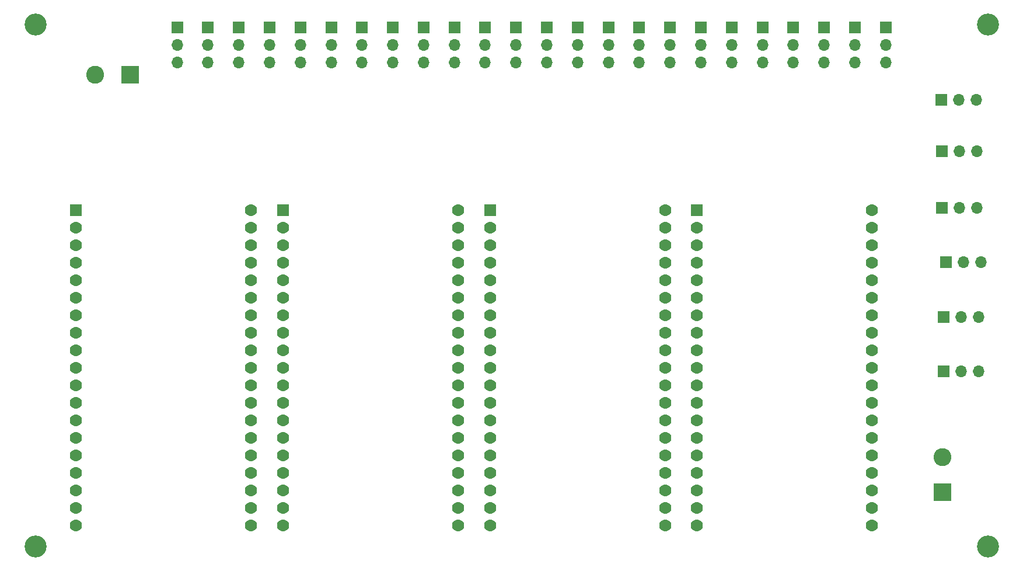
<source format=gbr>
%TF.GenerationSoftware,KiCad,Pcbnew,8.0.2-1*%
%TF.CreationDate,2025-01-01T20:34:54-05:00*%
%TF.ProjectId,C3P0_Controller,43335030-5f43-46f6-9e74-726f6c6c6572,rev?*%
%TF.SameCoordinates,Original*%
%TF.FileFunction,Soldermask,Top*%
%TF.FilePolarity,Negative*%
%FSLAX46Y46*%
G04 Gerber Fmt 4.6, Leading zero omitted, Abs format (unit mm)*
G04 Created by KiCad (PCBNEW 8.0.2-1) date 2025-01-01 20:34:54*
%MOMM*%
%LPD*%
G01*
G04 APERTURE LIST*
G04 Aperture macros list*
%AMRoundRect*
0 Rectangle with rounded corners*
0 $1 Rounding radius*
0 $2 $3 $4 $5 $6 $7 $8 $9 X,Y pos of 4 corners*
0 Add a 4 corners polygon primitive as box body*
4,1,4,$2,$3,$4,$5,$6,$7,$8,$9,$2,$3,0*
0 Add four circle primitives for the rounded corners*
1,1,$1+$1,$2,$3*
1,1,$1+$1,$4,$5*
1,1,$1+$1,$6,$7*
1,1,$1+$1,$8,$9*
0 Add four rect primitives between the rounded corners*
20,1,$1+$1,$2,$3,$4,$5,0*
20,1,$1+$1,$4,$5,$6,$7,0*
20,1,$1+$1,$6,$7,$8,$9,0*
20,1,$1+$1,$8,$9,$2,$3,0*%
G04 Aperture macros list end*
%ADD10C,3.200000*%
%ADD11O,1.700000X1.700000*%
%ADD12R,1.700000X1.700000*%
%ADD13C,2.600000*%
%ADD14R,2.600000X2.600000*%
%ADD15RoundRect,0.102000X-0.780000X-0.780000X0.780000X-0.780000X0.780000X0.780000X-0.780000X0.780000X0*%
%ADD16C,1.764000*%
G04 APERTURE END LIST*
D10*
%TO.C,REF\u002A\u002A*%
X77978000Y-132334000D03*
%TD*%
%TO.C,REF\u002A\u002A*%
X77978000Y-56642000D03*
%TD*%
%TO.C,REF\u002A\u002A*%
X216154000Y-132334000D03*
%TD*%
%TO.C,REF\u002A\u002A*%
X216154000Y-56642000D03*
%TD*%
D11*
%TO.C,J26*%
X214826000Y-106944000D03*
X212286000Y-106944000D03*
D12*
X209746000Y-106944000D03*
%TD*%
%TO.C,J25*%
X209736000Y-99118000D03*
D11*
X212276000Y-99118000D03*
X214816000Y-99118000D03*
%TD*%
D12*
%TO.C,J24*%
X147708396Y-57099000D03*
D11*
X147708396Y-59639000D03*
X147708396Y-62179000D03*
%TD*%
%TO.C,J23*%
X143239215Y-62179000D03*
X143239215Y-59639000D03*
D12*
X143239215Y-57099000D03*
%TD*%
D13*
%TO.C,J51*%
X209591000Y-119425000D03*
D14*
X209591000Y-124505000D03*
%TD*%
%TO.C,J50*%
X91711000Y-63901000D03*
D13*
X86631000Y-63901000D03*
%TD*%
D12*
%TO.C,J33*%
X209486000Y-83210000D03*
D11*
X212026000Y-83210000D03*
X214566000Y-83210000D03*
%TD*%
D12*
%TO.C,J32*%
X209425834Y-67563500D03*
D11*
X211965834Y-67563500D03*
X214505834Y-67563500D03*
%TD*%
D12*
%TO.C,J31*%
X210088668Y-91122000D03*
D11*
X212628668Y-91122000D03*
X215168668Y-91122000D03*
%TD*%
D12*
%TO.C,J30*%
X209486000Y-75062000D03*
D11*
X212026000Y-75062000D03*
X214566000Y-75062000D03*
%TD*%
%TO.C,J2*%
X129831672Y-62179000D03*
X129831672Y-59639000D03*
D12*
X129831672Y-57099000D03*
%TD*%
D11*
%TO.C,J1*%
X125362491Y-62179000D03*
X125362491Y-59639000D03*
D12*
X125362491Y-57099000D03*
%TD*%
D11*
%TO.C,J22*%
X174523482Y-62179000D03*
X174523482Y-59639000D03*
D12*
X174523482Y-57099000D03*
%TD*%
D11*
%TO.C,J21*%
X170054301Y-62179000D03*
X170054301Y-59639000D03*
D12*
X170054301Y-57099000D03*
%TD*%
D11*
%TO.C,J20*%
X165585120Y-62179000D03*
X165585120Y-59639000D03*
D12*
X165585120Y-57099000D03*
%TD*%
D11*
%TO.C,J19*%
X161115939Y-62179000D03*
X161115939Y-59639000D03*
D12*
X161115939Y-57099000D03*
%TD*%
D11*
%TO.C,J18*%
X156646758Y-62179000D03*
X156646758Y-59639000D03*
D12*
X156646758Y-57099000D03*
%TD*%
D11*
%TO.C,J17*%
X152177577Y-62179000D03*
X152177577Y-59639000D03*
D12*
X152177577Y-57099000D03*
%TD*%
D11*
%TO.C,J16*%
X120893310Y-62179000D03*
X120893310Y-59639000D03*
D12*
X120893310Y-57099000D03*
%TD*%
D11*
%TO.C,J15*%
X116424129Y-62179000D03*
X116424129Y-59639000D03*
D12*
X116424129Y-57099000D03*
%TD*%
D11*
%TO.C,J14*%
X111954948Y-62179000D03*
X111954948Y-59639000D03*
D12*
X111954948Y-57099000D03*
%TD*%
D11*
%TO.C,J13*%
X107485767Y-62179000D03*
X107485767Y-59639000D03*
D12*
X107485767Y-57099000D03*
%TD*%
D11*
%TO.C,J12*%
X103016586Y-62179000D03*
X103016586Y-59639000D03*
D12*
X103016586Y-57099000D03*
%TD*%
D11*
%TO.C,J11*%
X98547405Y-62179000D03*
X98547405Y-59639000D03*
D12*
X98547405Y-57099000D03*
%TD*%
D11*
%TO.C,J10*%
X201338569Y-62179000D03*
X201338569Y-59639000D03*
D12*
X201338569Y-57099000D03*
%TD*%
D11*
%TO.C,J9*%
X196869387Y-62179000D03*
X196869387Y-59639000D03*
D12*
X196869387Y-57099000D03*
%TD*%
D11*
%TO.C,J8*%
X192400206Y-62179000D03*
X192400206Y-59639000D03*
D12*
X192400206Y-57099000D03*
%TD*%
D11*
%TO.C,J7*%
X187931025Y-62179000D03*
X187931025Y-59639000D03*
D12*
X187931025Y-57099000D03*
%TD*%
D11*
%TO.C,J6*%
X183461844Y-62179000D03*
X183461844Y-59639000D03*
D12*
X183461844Y-57099000D03*
%TD*%
D11*
%TO.C,J5*%
X178992663Y-62179000D03*
X178992663Y-59639000D03*
D12*
X178992663Y-57099000D03*
%TD*%
D11*
%TO.C,J4*%
X138770034Y-62179000D03*
X138770034Y-59639000D03*
D12*
X138770034Y-57099000D03*
%TD*%
D15*
%TO.C,U4*%
X173963000Y-83611000D03*
D16*
X173963000Y-86151000D03*
X173963000Y-88691000D03*
X173963000Y-91231000D03*
X173963000Y-93771000D03*
X173963000Y-96311000D03*
X173963000Y-98851000D03*
X173963000Y-101391000D03*
X173963000Y-103931000D03*
X173963000Y-106471000D03*
X173963000Y-109011000D03*
X173963000Y-111551000D03*
X173963000Y-114091000D03*
X173963000Y-116631000D03*
X173963000Y-119171000D03*
X173963000Y-121711000D03*
X173963000Y-124251000D03*
X173963000Y-126791000D03*
X173963000Y-129331000D03*
X199363000Y-83611000D03*
X199363000Y-86151000D03*
X199363000Y-88691000D03*
X199363000Y-91231000D03*
X199363000Y-93771000D03*
X199363000Y-96311000D03*
X199363000Y-98851000D03*
X199363000Y-101391000D03*
X199363000Y-103931000D03*
X199363000Y-106471000D03*
X199363000Y-109011000D03*
X199363000Y-111551000D03*
X199363000Y-114091000D03*
X199363000Y-116631000D03*
X199363000Y-119171000D03*
X199363000Y-121711000D03*
X199363000Y-124251000D03*
X199363000Y-126791000D03*
X199363000Y-129331000D03*
%TD*%
D15*
%TO.C,U3*%
X143938000Y-83611000D03*
D16*
X143938000Y-86151000D03*
X143938000Y-88691000D03*
X143938000Y-91231000D03*
X143938000Y-93771000D03*
X143938000Y-96311000D03*
X143938000Y-98851000D03*
X143938000Y-101391000D03*
X143938000Y-103931000D03*
X143938000Y-106471000D03*
X143938000Y-109011000D03*
X143938000Y-111551000D03*
X143938000Y-114091000D03*
X143938000Y-116631000D03*
X143938000Y-119171000D03*
X143938000Y-121711000D03*
X143938000Y-124251000D03*
X143938000Y-126791000D03*
X143938000Y-129331000D03*
X169338000Y-83611000D03*
X169338000Y-86151000D03*
X169338000Y-88691000D03*
X169338000Y-91231000D03*
X169338000Y-93771000D03*
X169338000Y-96311000D03*
X169338000Y-98851000D03*
X169338000Y-101391000D03*
X169338000Y-103931000D03*
X169338000Y-106471000D03*
X169338000Y-109011000D03*
X169338000Y-111551000D03*
X169338000Y-114091000D03*
X169338000Y-116631000D03*
X169338000Y-119171000D03*
X169338000Y-121711000D03*
X169338000Y-124251000D03*
X169338000Y-126791000D03*
X169338000Y-129331000D03*
%TD*%
D15*
%TO.C,U2*%
X113913000Y-83611000D03*
D16*
X113913000Y-86151000D03*
X113913000Y-88691000D03*
X113913000Y-91231000D03*
X113913000Y-93771000D03*
X113913000Y-96311000D03*
X113913000Y-98851000D03*
X113913000Y-101391000D03*
X113913000Y-103931000D03*
X113913000Y-106471000D03*
X113913000Y-109011000D03*
X113913000Y-111551000D03*
X113913000Y-114091000D03*
X113913000Y-116631000D03*
X113913000Y-119171000D03*
X113913000Y-121711000D03*
X113913000Y-124251000D03*
X113913000Y-126791000D03*
X113913000Y-129331000D03*
X139313000Y-83611000D03*
X139313000Y-86151000D03*
X139313000Y-88691000D03*
X139313000Y-91231000D03*
X139313000Y-93771000D03*
X139313000Y-96311000D03*
X139313000Y-98851000D03*
X139313000Y-101391000D03*
X139313000Y-103931000D03*
X139313000Y-106471000D03*
X139313000Y-109011000D03*
X139313000Y-111551000D03*
X139313000Y-114091000D03*
X139313000Y-116631000D03*
X139313000Y-119171000D03*
X139313000Y-121711000D03*
X139313000Y-124251000D03*
X139313000Y-126791000D03*
X139313000Y-129331000D03*
%TD*%
D15*
%TO.C,U1*%
X83888000Y-83611000D03*
D16*
X83888000Y-86151000D03*
X83888000Y-88691000D03*
X83888000Y-91231000D03*
X83888000Y-93771000D03*
X83888000Y-96311000D03*
X83888000Y-98851000D03*
X83888000Y-101391000D03*
X83888000Y-103931000D03*
X83888000Y-106471000D03*
X83888000Y-109011000D03*
X83888000Y-111551000D03*
X83888000Y-114091000D03*
X83888000Y-116631000D03*
X83888000Y-119171000D03*
X83888000Y-121711000D03*
X83888000Y-124251000D03*
X83888000Y-126791000D03*
X83888000Y-129331000D03*
X109288000Y-83611000D03*
X109288000Y-86151000D03*
X109288000Y-88691000D03*
X109288000Y-91231000D03*
X109288000Y-93771000D03*
X109288000Y-96311000D03*
X109288000Y-98851000D03*
X109288000Y-101391000D03*
X109288000Y-103931000D03*
X109288000Y-106471000D03*
X109288000Y-109011000D03*
X109288000Y-111551000D03*
X109288000Y-114091000D03*
X109288000Y-116631000D03*
X109288000Y-119171000D03*
X109288000Y-121711000D03*
X109288000Y-124251000D03*
X109288000Y-126791000D03*
X109288000Y-129331000D03*
%TD*%
D11*
%TO.C,J3*%
X134300853Y-62179000D03*
X134300853Y-59639000D03*
D12*
X134300853Y-57099000D03*
%TD*%
M02*

</source>
